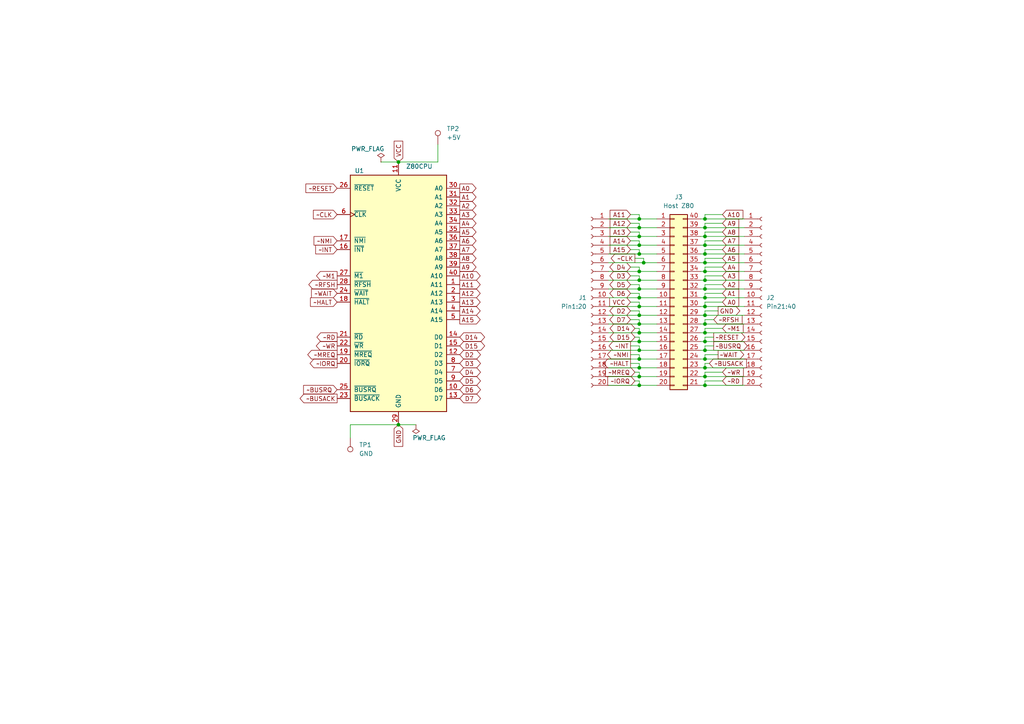
<source format=kicad_sch>
(kicad_sch (version 20250114) (generator "eeschema") (generator_version "9.0")
  (paper "A4")
  (title_block (title "Z80 Breakout Board - Kicad 9") (date "2025-04-26") (rev "1.5"))
  (lib_symbols
    (symbol "CPU:Z80CPU" (pin_names (offset 1.016))
      (property "Reference" "U" (at -13.97 35.56 0))
      (property "Value" "Z80CPU" (at 6.35 35.56 0))
      (symbol "Z80CPU_0_1"
        (rectangle (start -13.97 34.29) (end 13.97 -34.29) (stroke (width 0.254)) (fill (type background)))
      )
      (symbol "Z80CPU_1_1"
        (pin input line (at -17.78 30.48 0) (length 3.81) (name "~{RESET}") (number "26"))
        (pin input clock (at -17.78 22.86 0) (length 3.81) (name "~{CLK}") (number "6"))
        (pin input line (at -17.78 15.24 0) (length 3.81) (name "~{NMI}") (number "17"))
        (pin input line (at -17.78 12.7 0) (length 3.81) (name "~{INT}") (number "16"))
        (pin output line (at -17.78 5.08 0) (length 3.81) (name "~{M1}") (number "27"))
        (pin output line (at -17.78 2.54 0) (length 3.81) (name "~{RFSH}") (number "28"))
        (pin input line (at -17.78 0 0) (length 3.81) (name "~{WAIT}") (number "24"))
        (pin output line (at -17.78 -2.54 0) (length 3.81) (name "~{HALT}") (number "18"))
        (pin output line (at -17.78 -12.7 0) (length 3.81) (name "~{RD}") (number "21"))
        (pin output line (at -17.78 -15.24 0) (length 3.81) (name "~{WR}") (number "22"))
        (pin output line (at -17.78 -17.78 0) (length 3.81) (name "~{MREQ}") (number "19"))
        (pin output line (at -17.78 -20.32 0) (length 3.81) (name "~{IORQ}") (number "20"))
        (pin input line (at -17.78 -27.94 0) (length 3.81) (name "~{BUSRQ}") (number "25"))
        (pin output line (at -17.78 -30.48 0) (length 3.81) (name "~{BUSACK}") (number "23"))
        (pin power_in line (at 0 38.1 270) (length 3.81) (name "VCC") (number "11"))
        (pin power_in line (at 0 -38.1 90) (length 3.81) (name "GND") (number "29"))
        (pin output line (at 17.78 30.48 180) (length 3.81) (name "A0") (number "30"))
        (pin output line (at 17.78 27.94 180) (length 3.81) (name "A1") (number "31"))
        (pin output line (at 17.78 25.4 180) (length 3.81) (name "A2") (number "32"))
        (pin output line (at 17.78 22.86 180) (length 3.81) (name "A3") (number "33"))
        (pin output line (at 17.78 20.32 180) (length 3.81) (name "A4") (number "34"))
        (pin output line (at 17.78 17.78 180) (length 3.81) (name "A5") (number "35"))
        (pin output line (at 17.78 15.24 180) (length 3.81) (name "A6") (number "36"))
        (pin output line (at 17.78 12.7 180) (length 3.81) (name "A7") (number "37"))
        (pin output line (at 17.78 10.16 180) (length 3.81) (name "A8") (number "38"))
        (pin output line (at 17.78 7.62 180) (length 3.81) (name "A9") (number "39"))
        (pin output line (at 17.78 5.08 180) (length 3.81) (name "A10") (number "40"))
        (pin output line (at 17.78 2.54 180) (length 3.81) (name "A11") (number "1"))
        (pin output line (at 17.78 0 180) (length 3.81) (name "A12") (number "2"))
        (pin output line (at 17.78 -2.54 180) (length 3.81) (name "A13") (number "3"))
        (pin output line (at 17.78 -5.08 180) (length 3.81) (name "A14") (number "4"))
        (pin output line (at 17.78 -7.62 180) (length 3.81) (name "A15") (number "5"))
        (pin bidirectional line (at 17.78 -12.7 180) (length 3.81) (name "D0") (number "14"))
        (pin bidirectional line (at 17.78 -15.24 180) (length 3.81) (name "D1") (number "15"))
        (pin bidirectional line (at 17.78 -17.78 180) (length 3.81) (name "D2") (number "12"))
        (pin bidirectional line (at 17.78 -20.32 180) (length 3.81) (name "D3") (number "8"))
        (pin bidirectional line (at 17.78 -22.86 180) (length 3.81) (name "D4") (number "7"))
        (pin bidirectional line (at 17.78 -25.4 180) (length 3.81) (name "D5") (number "9"))
        (pin bidirectional line (at 17.78 -27.94 180) (length 3.81) (name "D6") (number "10"))
        (pin bidirectional line (at 17.78 -30.48 180) (length 3.81) (name "D7") (number "13"))
      )
    )
    (symbol "Connector:Conn_01x20_Socket" (pin_names (offset 1.016) (hide yes))
      (property "Reference" "J" (at 0 25.4 0))
      (property "Value" "Conn_01x20_Socket" (at 0 -27.94 0))
      (symbol "Conn_01x20_Socket_1_1"
        (polyline (pts (xy -1.27 22.86) (xy -0.508 22.86)) (stroke (width 0.1524)))
        (polyline (pts (xy -1.27 20.32) (xy -0.508 20.32)) (stroke (width 0.1524)))
        (polyline (pts (xy -1.27 17.78) (xy -0.508 17.78)) (stroke (width 0.1524)))
        (polyline (pts (xy -1.27 15.24) (xy -0.508 15.24)) (stroke (width 0.1524)))
        (polyline (pts (xy -1.27 12.7) (xy -0.508 12.7)) (stroke (width 0.1524)))
        (polyline (pts (xy -1.27 10.16) (xy -0.508 10.16)) (stroke (width 0.1524)))
        (polyline (pts (xy -1.27 7.62) (xy -0.508 7.62)) (stroke (width 0.1524)))
        (polyline (pts (xy -1.27 5.08) (xy -0.508 5.08)) (stroke (width 0.1524)))
        (polyline (pts (xy -1.27 2.54) (xy -0.508 2.54)) (stroke (width 0.1524)))
        (polyline (pts (xy -1.27 0) (xy -0.508 0)) (stroke (width 0.1524)))
        (polyline (pts (xy -1.27 -2.54) (xy -0.508 -2.54)) (stroke (width 0.1524)))
        (polyline (pts (xy -1.27 -5.08) (xy -0.508 -5.08)) (stroke (width 0.1524)))
        (polyline (pts (xy -1.27 -7.62) (xy -0.508 -7.62)) (stroke (width 0.1524)))
        (polyline (pts (xy -1.27 -10.16) (xy -0.508 -10.16)) (stroke (width 0.1524)))
        (polyline (pts (xy -1.27 -12.7) (xy -0.508 -12.7)) (stroke (width 0.1524)))
        (polyline (pts (xy -1.27 -15.24) (xy -0.508 -15.24)) (stroke (width 0.1524)))
        (polyline (pts (xy -1.27 -17.78) (xy -0.508 -17.78)) (stroke (width 0.1524)))
        (polyline (pts (xy -1.27 -20.32) (xy -0.508 -20.32)) (stroke (width 0.1524)))
        (polyline (pts (xy -1.27 -22.86) (xy -0.508 -22.86)) (stroke (width 0.1524)))
        (polyline (pts (xy -1.27 -25.4) (xy -0.508 -25.4)) (stroke (width 0.1524)))
        (arc (start 0 22.352) (mid -0.5058 22.86) (end 0 23.368) (stroke (width 0.1524)))
        (arc (start 0 19.812) (mid -0.5058 20.32) (end 0 20.828) (stroke (width 0.1524)))
        (arc (start 0 17.272) (mid -0.5058 17.78) (end 0 18.288) (stroke (width 0.1524)))
        (arc (start 0 14.732) (mid -0.5058 15.24) (end 0 15.748) (stroke (width 0.1524)))
        (arc (start 0 12.192) (mid -0.5058 12.7) (end 0 13.208) (stroke (width 0.1524)))
        (arc (start 0 9.652) (mid -0.5058 10.16) (end 0 10.668) (stroke (width 0.1524)))
        (arc (start 0 7.112) (mid -0.5058 7.62) (end 0 8.128) (stroke (width 0.1524)))
        (arc (start 0 4.572) (mid -0.5058 5.08) (end 0 5.588) (stroke (width 0.1524)))
        (arc (start 0 2.032) (mid -0.5058 2.54) (end 0 3.048) (stroke (width 0.1524)))
        (arc (start 0 -0.508) (mid -0.5058 0) (end 0 0.508) (stroke (width 0.1524)))
        (arc (start 0 -3.048) (mid -0.5058 -2.54) (end 0 -2.032) (stroke (width 0.1524)))
        (arc (start 0 -5.588) (mid -0.5058 -5.08) (end 0 -4.572) (stroke (width 0.1524)))
        (arc (start 0 -8.128) (mid -0.5058 -7.62) (end 0 -7.112) (stroke (width 0.1524)))
        (arc (start 0 -10.668) (mid -0.5058 -10.16) (end 0 -9.652) (stroke (width 0.1524)))
        (arc (start 0 -13.208) (mid -0.5058 -12.7) (end 0 -12.192) (stroke (width 0.1524)))
        (arc (start 0 -15.748) (mid -0.5058 -15.24) (end 0 -14.732) (stroke (width 0.1524)))
        (arc (start 0 -18.288) (mid -0.5058 -17.78) (end 0 -17.272) (stroke (width 0.1524)))
        (arc (start 0 -20.828) (mid -0.5058 -20.32) (end 0 -19.812) (stroke (width 0.1524)))
        (arc (start 0 -23.368) (mid -0.5058 -22.86) (end 0 -22.352) (stroke (width 0.1524)))
        (arc (start 0 -25.908) (mid -0.5058 -25.4) (end 0 -24.892) (stroke (width 0.1524)))
        (pin passive line (at -5.08 22.86 0) (length 3.81) (name "Pin_1") (number "1"))
        (pin passive line (at -5.08 20.32 0) (length 3.81) (name "Pin_2") (number "2"))
        (pin passive line (at -5.08 17.78 0) (length 3.81) (name "Pin_3") (number "3"))
        (pin passive line (at -5.08 15.24 0) (length 3.81) (name "Pin_4") (number "4"))
        (pin passive line (at -5.08 12.7 0) (length 3.81) (name "Pin_5") (number "5"))
        (pin passive line (at -5.08 10.16 0) (length 3.81) (name "Pin_6") (number "6"))
        (pin passive line (at -5.08 7.62 0) (length 3.81) (name "Pin_7") (number "7"))
        (pin passive line (at -5.08 5.08 0) (length 3.81) (name "Pin_8") (number "8"))
        (pin passive line (at -5.08 2.54 0) (length 3.81) (name "Pin_9") (number "9"))
        (pin passive line (at -5.08 0 0) (length 3.81) (name "Pin_10") (number "10"))
        (pin passive line (at -5.08 -2.54 0) (length 3.81) (name "Pin_11") (number "11"))
        (pin passive line (at -5.08 -5.08 0) (length 3.81) (name "Pin_12") (number "12"))
        (pin passive line (at -5.08 -7.62 0) (length 3.81) (name "Pin_13") (number "13"))
        (pin passive line (at -5.08 -10.16 0) (length 3.81) (name "Pin_14") (number "14"))
        (pin passive line (at -5.08 -12.7 0) (length 3.81) (name "Pin_15") (number "15"))
        (pin passive line (at -5.08 -15.24 0) (length 3.81) (name "Pin_16") (number "16"))
        (pin passive line (at -5.08 -17.78 0) (length 3.81) (name "Pin_17") (number "17"))
        (pin passive line (at -5.08 -20.32 0) (length 3.81) (name "Pin_18") (number "18"))
        (pin passive line (at -5.08 -22.86 0) (length 3.81) (name "Pin_19") (number "19"))
        (pin passive line (at -5.08 -25.4 0) (length 3.81) (name "Pin_20") (number "20"))
      )
    )
    (symbol "Connector:TestPoint" (pin_numbers (hide yes)) (pin_names (offset 0.762) (hide yes))
      (property "Reference" "TP" (at 0 6.858 0))
      (property "Value" "TestPoint" (at 0 5.08 0))
      (symbol "TestPoint_0_1"
        (circle (center 0 3.302) (radius 0.762))
      )
      (symbol "TestPoint_1_1"
        (pin passive line (at 0 0 90) (length 2.54) (name "1") (number "1"))
      )
    )
    (symbol "Connector_Generic:Conn_02x20_Counter_Clockwise" (pin_names (offset 1.016) (hide yes))
      (property "Reference" "J" (at 1.27 25.4 0))
      (property "Value" "Conn_02x20_Counter_Clockwise" (at 1.27 -27.94 0))
      (symbol "Conn_02x20_Counter_Clockwise_1_1"
        (rectangle (start -1.27 24.13) (end 3.81 -26.67) (stroke (width 0.254)) (fill (type background)))
        (rectangle (start -1.27 22.987) (end 0 22.733) (stroke (width 0.1524)))
        (rectangle (start -1.27 20.447) (end 0 20.193) (stroke (width 0.1524)))
        (rectangle (start -1.27 17.907) (end 0 17.653) (stroke (width 0.1524)))
        (rectangle (start -1.27 15.367) (end 0 15.113) (stroke (width 0.1524)))
        (rectangle (start -1.27 12.827) (end 0 12.573) (stroke (width 0.1524)))
        (rectangle (start -1.27 10.287) (end 0 10.033) (stroke (width 0.1524)))
        (rectangle (start -1.27 7.747) (end 0 7.493) (stroke (width 0.1524)))
        (rectangle (start -1.27 5.207) (end 0 4.953) (stroke (width 0.1524)))
        (rectangle (start -1.27 2.667) (end 0 2.413) (stroke (width 0.1524)))
        (rectangle (start -1.27 0.127) (end 0 -0.127) (stroke (width 0.1524)))
        (rectangle (start -1.27 -2.413) (end 0 -2.667) (stroke (width 0.1524)))
        (rectangle (start -1.27 -4.953) (end 0 -5.207) (stroke (width 0.1524)))
        (rectangle (start -1.27 -7.493) (end 0 -7.747) (stroke (width 0.1524)))
        (rectangle (start -1.27 -10.033) (end 0 -10.287) (stroke (width 0.1524)))
        (rectangle (start -1.27 -12.573) (end 0 -12.827) (stroke (width 0.1524)))
        (rectangle (start -1.27 -15.113) (end 0 -15.367) (stroke (width 0.1524)))
        (rectangle (start -1.27 -17.653) (end 0 -17.907) (stroke (width 0.1524)))
        (rectangle (start -1.27 -20.193) (end 0 -20.447) (stroke (width 0.1524)))
        (rectangle (start -1.27 -22.733) (end 0 -22.987) (stroke (width 0.1524)))
        (rectangle (start -1.27 -25.273) (end 0 -25.527) (stroke (width 0.1524)))
        (rectangle (start 3.81 22.987) (end 2.54 22.733) (stroke (width 0.1524)))
        (rectangle (start 3.81 20.447) (end 2.54 20.193) (stroke (width 0.1524)))
        (rectangle (start 3.81 17.907) (end 2.54 17.653) (stroke (width 0.1524)))
        (rectangle (start 3.81 15.367) (end 2.54 15.113) (stroke (width 0.1524)))
        (rectangle (start 3.81 12.827) (end 2.54 12.573) (stroke (width 0.1524)))
        (rectangle (start 3.81 10.287) (end 2.54 10.033) (stroke (width 0.1524)))
        (rectangle (start 3.81 7.747) (end 2.54 7.493) (stroke (width 0.1524)))
        (rectangle (start 3.81 5.207) (end 2.54 4.953) (stroke (width 0.1524)))
        (rectangle (start 3.81 2.667) (end 2.54 2.413) (stroke (width 0.1524)))
        (rectangle (start 3.81 0.127) (end 2.54 -0.127) (stroke (width 0.1524)))
        (rectangle (start 3.81 -2.413) (end 2.54 -2.667) (stroke (width 0.1524)))
        (rectangle (start 3.81 -4.953) (end 2.54 -5.207) (stroke (width 0.1524)))
        (rectangle (start 3.81 -7.493) (end 2.54 -7.747) (stroke (width 0.1524)))
        (rectangle (start 3.81 -10.033) (end 2.54 -10.287) (stroke (width 0.1524)))
        (rectangle (start 3.81 -12.573) (end 2.54 -12.827) (stroke (width 0.1524)))
        (rectangle (start 3.81 -15.113) (end 2.54 -15.367) (stroke (width 0.1524)))
        (rectangle (start 3.81 -17.653) (end 2.54 -17.907) (stroke (width 0.1524)))
        (rectangle (start 3.81 -20.193) (end 2.54 -20.447) (stroke (width 0.1524)))
        (rectangle (start 3.81 -22.733) (end 2.54 -22.987) (stroke (width 0.1524)))
        (rectangle (start 3.81 -25.273) (end 2.54 -25.527) (stroke (width 0.1524)))
        (pin passive line (at -5.08 22.86 0) (length 3.81) (name "Pin_1") (number "1"))
        (pin passive line (at -5.08 20.32 0) (length 3.81) (name "Pin_2") (number "2"))
        (pin passive line (at -5.08 17.78 0) (length 3.81) (name "Pin_3") (number "3"))
        (pin passive line (at -5.08 15.24 0) (length 3.81) (name "Pin_4") (number "4"))
        (pin passive line (at -5.08 12.7 0) (length 3.81) (name "Pin_5") (number "5"))
        (pin passive line (at -5.08 10.16 0) (length 3.81) (name "Pin_6") (number "6"))
        (pin passive line (at -5.08 7.62 0) (length 3.81) (name "Pin_7") (number "7"))
        (pin passive line (at -5.08 5.08 0) (length 3.81) (name "Pin_8") (number "8"))
        (pin passive line (at -5.08 2.54 0) (length 3.81) (name "Pin_9") (number "9"))
        (pin passive line (at -5.08 0 0) (length 3.81) (name "Pin_10") (number "10"))
        (pin passive line (at -5.08 -2.54 0) (length 3.81) (name "Pin_11") (number "11"))
        (pin passive line (at -5.08 -5.08 0) (length 3.81) (name "Pin_12") (number "12"))
        (pin passive line (at -5.08 -7.62 0) (length 3.81) (name "Pin_13") (number "13"))
        (pin passive line (at -5.08 -10.16 0) (length 3.81) (name "Pin_14") (number "14"))
        (pin passive line (at -5.08 -12.7 0) (length 3.81) (name "Pin_15") (number "15"))
        (pin passive line (at -5.08 -15.24 0) (length 3.81) (name "Pin_16") (number "16"))
        (pin passive line (at -5.08 -17.78 0) (length 3.81) (name "Pin_17") (number "17"))
        (pin passive line (at -5.08 -20.32 0) (length 3.81) (name "Pin_18") (number "18"))
        (pin passive line (at -5.08 -22.86 0) (length 3.81) (name "Pin_19") (number "19"))
        (pin passive line (at -5.08 -25.4 0) (length 3.81) (name "Pin_20") (number "20"))
        (pin passive line (at 7.62 22.86 180) (length 3.81) (name "Pin_40") (number "40"))
        (pin passive line (at 7.62 20.32 180) (length 3.81) (name "Pin_39") (number "39"))
        (pin passive line (at 7.62 17.78 180) (length 3.81) (name "Pin_38") (number "38"))
        (pin passive line (at 7.62 15.24 180) (length 3.81) (name "Pin_37") (number "37"))
        (pin passive line (at 7.62 12.7 180) (length 3.81) (name "Pin_36") (number "36"))
        (pin passive line (at 7.62 10.16 180) (length 3.81) (name "Pin_35") (number "35"))
        (pin passive line (at 7.62 7.62 180) (length 3.81) (name "Pin_34") (number "34"))
        (pin passive line (at 7.62 5.08 180) (length 3.81) (name "Pin_33") (number "33"))
        (pin passive line (at 7.62 2.54 180) (length 3.81) (name "Pin_32") (number "32"))
        (pin passive line (at 7.62 0 180) (length 3.81) (name "Pin_31") (number "31"))
        (pin passive line (at 7.62 -2.54 180) (length 3.81) (name "Pin_30") (number "30"))
        (pin passive line (at 7.62 -5.08 180) (length 3.81) (name "Pin_29") (number "29"))
        (pin passive line (at 7.62 -7.62 180) (length 3.81) (name "Pin_28") (number "28"))
        (pin passive line (at 7.62 -10.16 180) (length 3.81) (name "Pin_27") (number "27"))
        (pin passive line (at 7.62 -12.7 180) (length 3.81) (name "Pin_26") (number "26"))
        (pin passive line (at 7.62 -15.24 180) (length 3.81) (name "Pin_25") (number "25"))
        (pin passive line (at 7.62 -17.78 180) (length 3.81) (name "Pin_24") (number "24"))
        (pin passive line (at 7.62 -20.32 180) (length 3.81) (name "Pin_23") (number "23"))
        (pin passive line (at 7.62 -22.86 180) (length 3.81) (name "Pin_22") (number "22"))
        (pin passive line (at 7.62 -25.4 180) (length 3.81) (name "Pin_21") (number "21"))
      )
    )
    (symbol "power:PWR_FLAG" (power) (pin_numbers (hide yes)) (pin_names (offset 0) (hide yes))
      (property "Value" "PWR_FLAG" (at 0 3.81 0))
      (symbol "PWR_FLAG_0_0"
        (pin power_out line (at 0 0 90) (length 0) (name "~") (number "1"))
      )
      (symbol "PWR_FLAG_0_1"
        (polyline (pts (xy 0 0) (xy 0 1.27) (xy -1.016 1.905) (xy 0 2.54) (xy 1.016 1.905) (xy 0 1.27)))
      )
    )
  )
  (junction (at 185.42 71.12))
  (junction (at 204.47 104.14))
  (junction (at 185.42 81.28))
  (junction (at 115.57 46.99))
  (junction (at 204.47 81.28))
  (junction (at 204.47 66.04))
  (junction (at 204.47 99.06))
  (junction (at 185.42 66.04))
  (junction (at 185.42 73.66))
  (junction (at 204.47 96.52))
  (junction (at 204.47 73.66))
  (junction (at 185.42 93.98))
  (junction (at 185.42 109.22))
  (junction (at 186.69 76.2))
  (junction (at 204.47 93.98))
  (junction (at 185.42 96.52))
  (junction (at 185.42 111.76))
  (junction (at 185.42 99.06))
  (junction (at 204.47 71.12))
  (junction (at 204.47 83.82))
  (junction (at 185.42 104.14))
  (junction (at 185.42 78.74))
  (junction (at 115.57 123.19))
  (junction (at 185.42 83.82))
  (junction (at 204.47 111.76))
  (junction (at 204.47 63.5))
  (junction (at 185.42 101.6))
  (junction (at 204.47 68.58))
  (junction (at 185.42 68.58))
  (junction (at 204.47 101.6))
  (junction (at 204.47 91.44))
  (junction (at 185.42 63.5))
  (junction (at 204.47 106.68))
  (junction (at 204.47 86.36))
  (junction (at 185.42 86.36))
  (junction (at 204.47 109.22))
  (junction (at 204.47 76.2))
  (junction (at 185.42 88.9))
  (junction (at 204.47 78.74))
  (junction (at 185.42 106.68))
  (junction (at 204.47 88.9))
  (junction (at 185.42 91.44))
  (wire (pts (xy 110.49 46.99) (xy 115.57 46.99)))
  (wire (pts (xy 204.47 72.39) (xy 204.47 73.66)))
  (wire (pts (xy 203.2 73.66) (xy 204.47 73.66)))
  (wire (pts (xy 176.53 106.68) (xy 185.42 106.68)))
  (wire (pts (xy 185.42 68.58) (xy 190.5 68.58)))
  (wire (pts (xy 204.47 87.63) (xy 204.47 88.9)))
  (wire (pts (xy 182.88 77.47) (xy 185.42 77.47)))
  (wire (pts (xy 204.47 68.58) (xy 215.9 68.58)))
  (wire (pts (xy 204.47 77.47) (xy 204.47 78.74)))
  (wire (pts (xy 209.55 67.31) (xy 204.47 67.31)))
  (wire (pts (xy 203.2 106.68) (xy 204.47 106.68)))
  (wire (pts (xy 185.42 88.9) (xy 190.5 88.9)))
  (wire (pts (xy 185.42 100.33) (xy 185.42 101.6)))
  (wire (pts (xy 182.88 105.41) (xy 185.42 105.41)))
  (wire (pts (xy 204.47 82.55) (xy 204.47 83.82)))
  (wire (pts (xy 203.2 86.36) (xy 204.47 86.36)))
  (wire (pts (xy 185.42 66.04) (xy 190.5 66.04)))
  (wire (pts (xy 185.42 62.23) (xy 185.42 63.5)))
  (wire (pts (xy 209.55 95.25) (xy 204.47 95.25)))
  (wire (pts (xy 184.15 110.49) (xy 185.42 110.49)))
  (wire (pts (xy 185.42 101.6) (xy 190.5 101.6)))
  (wire (pts (xy 203.2 63.5) (xy 204.47 63.5)))
  (wire (pts (xy 182.88 102.87) (xy 185.42 102.87)))
  (wire (pts (xy 203.2 68.58) (xy 204.47 68.58)))
  (wire (pts (xy 176.53 109.22) (xy 185.42 109.22)))
  (wire (pts (xy 185.42 96.52) (xy 190.5 96.52)))
  (wire (pts (xy 208.28 90.17) (xy 204.47 90.17)))
  (wire (pts (xy 185.42 64.77) (xy 185.42 66.04)))
  (wire (pts (xy 176.53 104.14) (xy 185.42 104.14)))
  (wire (pts (xy 203.2 101.6) (xy 204.47 101.6)))
  (wire (pts (xy 204.47 104.14) (xy 215.9 104.14)))
  (wire (pts (xy 204.47 69.85) (xy 204.47 71.12)))
  (wire (pts (xy 176.53 86.36) (xy 185.42 86.36)))
  (wire (pts (xy 182.88 87.63) (xy 185.42 87.63)))
  (wire (pts (xy 182.88 64.77) (xy 185.42 64.77)))
  (wire (pts (xy 185.42 86.36) (xy 190.5 86.36)))
  (wire (pts (xy 204.47 85.09) (xy 204.47 86.36)))
  (wire (pts (xy 184.15 97.79) (xy 185.42 97.79)))
  (wire (pts (xy 185.42 99.06) (xy 190.5 99.06)))
  (wire (pts (xy 176.53 111.76) (xy 185.42 111.76)))
  (wire (pts (xy 203.2 71.12) (xy 204.47 71.12)))
  (wire (pts (xy 182.88 69.85) (xy 185.42 69.85)))
  (wire (pts (xy 185.42 110.49) (xy 185.42 111.76)))
  (wire (pts (xy 185.42 107.95) (xy 185.42 109.22)))
  (wire (pts (xy 176.53 78.74) (xy 185.42 78.74)))
  (wire (pts (xy 204.47 64.77) (xy 204.47 66.04)))
  (wire (pts (xy 185.42 63.5) (xy 190.5 63.5)))
  (wire (pts (xy 203.2 76.2) (xy 204.47 76.2)))
  (wire (pts (xy 204.47 105.41) (xy 204.47 106.68)))
  (wire (pts (xy 203.2 66.04) (xy 204.47 66.04)))
  (wire (pts (xy 182.88 90.17) (xy 185.42 90.17)))
  (wire (pts (xy 209.55 69.85) (xy 204.47 69.85)))
  (wire (pts (xy 186.69 74.93) (xy 186.69 76.2)))
  (wire (pts (xy 185.42 93.98) (xy 190.5 93.98)))
  (wire (pts (xy 176.53 83.82) (xy 185.42 83.82)))
  (wire (pts (xy 176.53 93.98) (xy 185.42 93.98)))
  (wire (pts (xy 176.53 99.06) (xy 185.42 99.06)))
  (wire (pts (xy 204.47 91.44) (xy 215.9 91.44)))
  (wire (pts (xy 209.55 80.01) (xy 204.47 80.01)))
  (wire (pts (xy 204.47 99.06) (xy 215.9 99.06)))
  (wire (pts (xy 204.47 74.93) (xy 204.47 76.2)))
  (wire (pts (xy 185.42 78.74) (xy 190.5 78.74)))
  (wire (pts (xy 184.15 74.93) (xy 186.69 74.93)))
  (wire (pts (xy 176.53 101.6) (xy 185.42 101.6)))
  (wire (pts (xy 185.42 72.39) (xy 185.42 73.66)))
  (wire (pts (xy 203.2 104.14) (xy 204.47 104.14)))
  (wire (pts (xy 185.42 91.44) (xy 190.5 91.44)))
  (wire (pts (xy 204.47 93.98) (xy 215.9 93.98)))
  (wire (pts (xy 115.57 46.99) (xy 127 46.99)))
  (wire (pts (xy 185.42 82.55) (xy 185.42 83.82)))
  (wire (pts (xy 204.47 71.12) (xy 215.9 71.12)))
  (wire (pts (xy 127 46.99) (xy 127 41.91)))
  (wire (pts (xy 204.47 95.25) (xy 204.47 96.52)))
  (wire (pts (xy 176.53 96.52) (xy 185.42 96.52)))
  (wire (pts (xy 185.42 81.28) (xy 190.5 81.28)))
  (wire (pts (xy 204.47 100.33) (xy 204.47 101.6)))
  (wire (pts (xy 204.47 96.52) (xy 215.9 96.52)))
  (wire (pts (xy 204.47 73.66) (xy 215.9 73.66)))
  (wire (pts (xy 182.88 92.71) (xy 185.42 92.71)))
  (wire (pts (xy 204.47 76.2) (xy 215.9 76.2)))
  (wire (pts (xy 176.53 73.66) (xy 185.42 73.66)))
  (wire (pts (xy 176.53 63.5) (xy 185.42 63.5)))
  (wire (pts (xy 115.57 123.19) (xy 120.65 123.19)))
  (wire (pts (xy 209.55 77.47) (xy 204.47 77.47)))
  (wire (pts (xy 186.69 76.2) (xy 190.5 76.2)))
  (wire (pts (xy 203.2 99.06) (xy 204.47 99.06)))
  (wire (pts (xy 204.47 92.71) (xy 204.47 93.98)))
  (wire (pts (xy 185.42 69.85) (xy 185.42 71.12)))
  (wire (pts (xy 182.88 67.31) (xy 185.42 67.31)))
  (wire (pts (xy 204.47 63.5) (xy 215.9 63.5)))
  (wire (pts (xy 185.42 111.76) (xy 190.5 111.76)))
  (wire (pts (xy 185.42 105.41) (xy 185.42 106.68)))
  (wire (pts (xy 185.42 85.09) (xy 185.42 86.36)))
  (wire (pts (xy 205.74 105.41) (xy 204.47 105.41)))
  (wire (pts (xy 204.47 80.01) (xy 204.47 81.28)))
  (wire (pts (xy 203.2 81.28) (xy 204.47 81.28)))
  (wire (pts (xy 182.88 85.09) (xy 185.42 85.09)))
  (wire (pts (xy 203.2 83.82) (xy 204.47 83.82)))
  (wire (pts (xy 209.55 72.39) (xy 204.47 72.39)))
  (wire (pts (xy 182.88 72.39) (xy 185.42 72.39)))
  (wire (pts (xy 204.47 107.95) (xy 204.47 109.22)))
  (wire (pts (xy 204.47 86.36) (xy 215.9 86.36)))
  (wire (pts (xy 204.47 101.6) (xy 215.9 101.6)))
  (wire (pts (xy 185.42 97.79) (xy 185.42 99.06)))
  (wire (pts (xy 182.88 82.55) (xy 185.42 82.55)))
  (wire (pts (xy 185.42 71.12) (xy 190.5 71.12)))
  (wire (pts (xy 204.47 106.68) (xy 215.9 106.68)))
  (wire (pts (xy 204.47 107.95) (xy 209.55 107.95)))
  (wire (pts (xy 185.42 106.68) (xy 190.5 106.68)))
  (wire (pts (xy 184.15 95.25) (xy 185.42 95.25)))
  (wire (pts (xy 185.42 73.66) (xy 190.5 73.66)))
  (wire (pts (xy 209.55 74.93) (xy 204.47 74.93)))
  (wire (pts (xy 204.47 110.49) (xy 204.47 111.76)))
  (wire (pts (xy 204.47 83.82) (xy 215.9 83.82)))
  (wire (pts (xy 204.47 111.76) (xy 215.9 111.76)))
  (wire (pts (xy 203.2 93.98) (xy 204.47 93.98)))
  (wire (pts (xy 209.55 87.63) (xy 204.47 87.63)))
  (wire (pts (xy 185.42 109.22) (xy 190.5 109.22)))
  (wire (pts (xy 207.01 100.33) (xy 204.47 100.33)))
  (wire (pts (xy 204.47 66.04) (xy 215.9 66.04)))
  (wire (pts (xy 176.53 81.28) (xy 185.42 81.28)))
  (wire (pts (xy 209.55 62.23) (xy 204.47 62.23)))
  (wire (pts (xy 204.47 97.79) (xy 204.47 99.06)))
  (wire (pts (xy 185.42 67.31) (xy 185.42 68.58)))
  (wire (pts (xy 182.88 100.33) (xy 185.42 100.33)))
  (wire (pts (xy 204.47 109.22) (xy 215.9 109.22)))
  (wire (pts (xy 207.01 97.79) (xy 204.47 97.79)))
  (wire (pts (xy 204.47 102.87) (xy 204.47 104.14)))
  (wire (pts (xy 185.42 77.47) (xy 185.42 78.74)))
  (wire (pts (xy 185.42 92.71) (xy 185.42 93.98)))
  (wire (pts (xy 203.2 88.9) (xy 204.47 88.9)))
  (wire (pts (xy 185.42 104.14) (xy 190.5 104.14)))
  (wire (pts (xy 204.47 90.17) (xy 204.47 91.44)))
  (wire (pts (xy 207.01 92.71) (xy 204.47 92.71)))
  (wire (pts (xy 204.47 78.74) (xy 215.9 78.74)))
  (wire (pts (xy 209.55 82.55) (xy 204.47 82.55)))
  (wire (pts (xy 203.2 111.76) (xy 204.47 111.76)))
  (wire (pts (xy 204.47 110.49) (xy 209.55 110.49)))
  (wire (pts (xy 204.47 67.31) (xy 204.47 68.58)))
  (wire (pts (xy 185.42 95.25) (xy 185.42 96.52)))
  (wire (pts (xy 101.6 123.19) (xy 101.6 127)))
  (wire (pts (xy 185.42 83.82) (xy 190.5 83.82)))
  (wire (pts (xy 204.47 88.9) (xy 215.9 88.9)))
  (wire (pts (xy 176.53 66.04) (xy 185.42 66.04)))
  (wire (pts (xy 203.2 109.22) (xy 204.47 109.22)))
  (wire (pts (xy 115.57 123.19) (xy 101.6 123.19)))
  (wire (pts (xy 209.55 85.09) (xy 204.47 85.09)))
  (wire (pts (xy 203.2 78.74) (xy 204.47 78.74)))
  (wire (pts (xy 185.42 87.63) (xy 185.42 88.9)))
  (wire (pts (xy 176.53 88.9) (xy 185.42 88.9)))
  (wire (pts (xy 185.42 102.87) (xy 185.42 104.14)))
  (wire (pts (xy 209.55 64.77) (xy 204.47 64.77)))
  (wire (pts (xy 176.53 91.44) (xy 185.42 91.44)))
  (wire (pts (xy 182.88 62.23) (xy 185.42 62.23)))
  (wire (pts (xy 185.42 80.01) (xy 185.42 81.28)))
  (wire (pts (xy 176.53 71.12) (xy 185.42 71.12)))
  (wire (pts (xy 176.53 76.2) (xy 186.69 76.2)))
  (wire (pts (xy 184.15 107.95) (xy 185.42 107.95)))
  (wire (pts (xy 203.2 91.44) (xy 204.47 91.44)))
  (wire (pts (xy 208.28 102.87) (xy 204.47 102.87)))
  (wire (pts (xy 182.88 80.01) (xy 185.42 80.01)))
  (wire (pts (xy 203.2 96.52) (xy 204.47 96.52)))
  (wire (pts (xy 204.47 62.23) (xy 204.47 63.5)))
  (wire (pts (xy 176.53 68.58) (xy 185.42 68.58)))
  (wire (pts (xy 185.42 90.17) (xy 185.42 91.44)))
  (wire (pts (xy 204.47 81.28) (xy 215.9 81.28)))
  (global_label "A1" (shape output) (at 133.35 57.15 0) (property "Intersheetrefs" "${INTERSHEET_REFS}" (effects (hide yes))))
  (global_label "GND" (shape output) (at 208.28 90.17 0) (property "Intersheetrefs" "${INTERSHEET_REFS}" (effects (hide yes))))
  (global_label "~RD" (shape input) (at 209.55 110.49 0) (property "Intersheetrefs" "${INTERSHEET_REFS}" (effects (hide yes))))
  (global_label "D15" (shape bidirectional) (at 133.35 100.33 0) (property "Intersheetrefs" "${INTERSHEET_REFS}" (effects (hide yes))))
  (global_label "A8" (shape input) (at 209.55 67.31 0) (property "Intersheetrefs" "${INTERSHEET_REFS}" (effects (hide yes))))
  (global_label "D6" (shape bidirectional) (at 182.88 85.09 180) (property "Intersheetrefs" "${INTERSHEET_REFS}" (effects (hide yes))))
  (global_label "A8" (shape output) (at 133.35 74.93 0) (property "Intersheetrefs" "${INTERSHEET_REFS}" (effects (hide yes))))
  (global_label "~BUSRQ" (shape input) (at 97.79 113.03 180) (property "Intersheetrefs" "${INTERSHEET_REFS}" (effects (hide yes))))
  (global_label "D4" (shape bidirectional) (at 182.88 77.47 180) (property "Intersheetrefs" "${INTERSHEET_REFS}" (effects (hide yes))))
  (global_label "~HALT" (shape input) (at 97.79 87.63 180) (property "Intersheetrefs" "${INTERSHEET_REFS}" (effects (hide yes))))
  (global_label "~WAIT" (shape output) (at 208.28 102.87 0) (property "Intersheetrefs" "${INTERSHEET_REFS}" (effects (hide yes))))
  (global_label "~CLK" (shape output) (at 184.15 74.93 180) (property "Intersheetrefs" "${INTERSHEET_REFS}" (effects (hide yes))))
  (global_label "~BUSRQ" (shape output) (at 207.01 100.33 0) (property "Intersheetrefs" "${INTERSHEET_REFS}" (effects (hide yes))))
  (global_label "A9" (shape output) (at 133.35 77.47 0) (property "Intersheetrefs" "${INTERSHEET_REFS}" (effects (hide yes))))
  (global_label "A11" (shape output) (at 133.35 82.55 0) (property "Intersheetrefs" "${INTERSHEET_REFS}" (effects (hide yes))))
  (global_label "D5" (shape bidirectional) (at 133.35 110.49 0) (property "Intersheetrefs" "${INTERSHEET_REFS}" (effects (hide yes))))
  (global_label "D3" (shape bidirectional) (at 182.88 80.01 180) (property "Intersheetrefs" "${INTERSHEET_REFS}" (effects (hide yes))))
  (global_label "A2" (shape output) (at 133.35 59.69 0) (property "Intersheetrefs" "${INTERSHEET_REFS}" (effects (hide yes))))
  (global_label "~RD" (shape output) (at 97.79 97.79 180) (property "Intersheetrefs" "${INTERSHEET_REFS}" (effects (hide yes))))
  (global_label "~WR" (shape output) (at 97.79 100.33 180) (property "Intersheetrefs" "${INTERSHEET_REFS}" (effects (hide yes))))
  (global_label "~MREQ" (shape input) (at 184.15 107.95 180) (property "Intersheetrefs" "${INTERSHEET_REFS}" (effects (hide yes))))
  (global_label "A15" (shape input) (at 182.88 72.39 180) (property "Intersheetrefs" "${INTERSHEET_REFS}" (effects (hide yes))))
  (global_label "A13" (shape input) (at 182.88 67.31 180) (property "Intersheetrefs" "${INTERSHEET_REFS}" (effects (hide yes))))
  (global_label "A15" (shape output) (at 133.35 92.71 0) (property "Intersheetrefs" "${INTERSHEET_REFS}" (effects (hide yes))))
  (global_label "D7" (shape bidirectional) (at 133.35 115.57 0) (property "Intersheetrefs" "${INTERSHEET_REFS}" (effects (hide yes))))
  (global_label "A5" (shape output) (at 133.35 67.31 0) (property "Intersheetrefs" "${INTERSHEET_REFS}" (effects (hide yes))))
  (global_label "D7" (shape bidirectional) (at 182.88 92.71 180) (property "Intersheetrefs" "${INTERSHEET_REFS}" (effects (hide yes))))
  (global_label "~M1" (shape output) (at 97.79 80.01 180) (property "Intersheetrefs" "${INTERSHEET_REFS}" (effects (hide yes))))
  (global_label "D14" (shape bidirectional) (at 133.35 97.79 0) (property "Intersheetrefs" "${INTERSHEET_REFS}" (effects (hide yes))))
  (global_label "~WR" (shape input) (at 209.55 107.95 0) (property "Intersheetrefs" "${INTERSHEET_REFS}" (effects (hide yes))))
  (global_label "~NMI" (shape input) (at 97.79 69.85 180) (property "Intersheetrefs" "${INTERSHEET_REFS}" (effects (hide yes))))
  (global_label "A3" (shape output) (at 133.35 62.23 0) (property "Intersheetrefs" "${INTERSHEET_REFS}" (effects (hide yes))))
  (global_label "A5" (shape input) (at 209.55 74.93 0) (property "Intersheetrefs" "${INTERSHEET_REFS}" (effects (hide yes))))
  (global_label "A9" (shape input) (at 209.55 64.77 0) (property "Intersheetrefs" "${INTERSHEET_REFS}" (effects (hide yes))))
  (global_label "D3" (shape bidirectional) (at 133.35 105.41 0) (property "Intersheetrefs" "${INTERSHEET_REFS}" (effects (hide yes))))
  (global_label "D14" (shape bidirectional) (at 184.15 95.25 180) (property "Intersheetrefs" "${INTERSHEET_REFS}" (effects (hide yes))))
  (global_label "D4" (shape bidirectional) (at 133.35 107.95 0) (property "Intersheetrefs" "${INTERSHEET_REFS}" (effects (hide yes))))
  (global_label "D2" (shape bidirectional) (at 182.88 90.17 180) (property "Intersheetrefs" "${INTERSHEET_REFS}" (effects (hide yes))))
  (global_label "A12" (shape output) (at 133.35 85.09 0) (property "Intersheetrefs" "${INTERSHEET_REFS}" (effects (hide yes))))
  (global_label "~INT" (shape input) (at 97.79 72.39 180) (property "Intersheetrefs" "${INTERSHEET_REFS}" (effects (hide yes))))
  (global_label "~HALT" (shape output) (at 182.88 105.41 180) (property "Intersheetrefs" "${INTERSHEET_REFS}" (effects (hide yes))))
  (global_label "~NMI" (shape output) (at 182.88 102.87 180) (property "Intersheetrefs" "${INTERSHEET_REFS}" (effects (hide yes))))
  (global_label "~IORQ" (shape output) (at 97.79 105.41 180) (property "Intersheetrefs" "${INTERSHEET_REFS}" (effects (hide yes))))
  (global_label "A2" (shape input) (at 209.55 82.55 0) (property "Intersheetrefs" "${INTERSHEET_REFS}" (effects (hide yes))))
  (global_label "~BUSACK" (shape output) (at 97.79 115.57 180) (property "Intersheetrefs" "${INTERSHEET_REFS}" (effects (hide yes))))
  (global_label "~WAIT" (shape input) (at 97.79 85.09 180) (property "Intersheetrefs" "${INTERSHEET_REFS}" (effects (hide yes))))
  (global_label "~BUSACK" (shape input) (at 205.74 105.41 0) (property "Intersheetrefs" "${INTERSHEET_REFS}" (effects (hide yes))))
  (global_label "~RESET" (shape output) (at 207.01 97.79 0) (property "Intersheetrefs" "${INTERSHEET_REFS}" (effects (hide yes))))
  (global_label "D2" (shape bidirectional) (at 133.35 102.87 0) (property "Intersheetrefs" "${INTERSHEET_REFS}" (effects (hide yes))))
  (global_label "A12" (shape input) (at 182.88 64.77 180) (property "Intersheetrefs" "${INTERSHEET_REFS}" (effects (hide yes))))
  (global_label "~MREQ" (shape output) (at 97.79 102.87 180) (property "Intersheetrefs" "${INTERSHEET_REFS}" (effects (hide yes))))
  (global_label "A10" (shape input) (at 209.55 62.23 0) (property "Intersheetrefs" "${INTERSHEET_REFS}" (effects (hide yes))))
  (global_label "A0" (shape output) (at 133.35 54.61 0) (property "Intersheetrefs" "${INTERSHEET_REFS}" (effects (hide yes))))
  (global_label "D6" (shape bidirectional) (at 133.35 113.03 0) (property "Intersheetrefs" "${INTERSHEET_REFS}" (effects (hide yes))))
  (global_label "A13" (shape output) (at 133.35 87.63 0) (property "Intersheetrefs" "${INTERSHEET_REFS}" (effects (hide yes))))
  (global_label "A7" (shape output) (at 133.35 72.39 0) (property "Intersheetrefs" "${INTERSHEET_REFS}" (effects (hide yes))))
  (global_label "D15" (shape bidirectional) (at 184.15 97.79 180) (property "Intersheetrefs" "${INTERSHEET_REFS}" (effects (hide yes))))
  (global_label "VCC" (shape input) (at 115.57 46.99 90) (property "Intersheetrefs" "${INTERSHEET_REFS}" (effects (hide yes))))
  (global_label "VCC" (shape input) (at 182.88 87.63 180) (property "Intersheetrefs" "${INTERSHEET_REFS}" (effects (hide yes))))
  (global_label "A4" (shape input) (at 209.55 77.47 0) (property "Intersheetrefs" "${INTERSHEET_REFS}" (effects (hide yes))))
  (global_label "D5" (shape bidirectional) (at 182.88 82.55 180) (property "Intersheetrefs" "${INTERSHEET_REFS}" (effects (hide yes))))
  (global_label "A6" (shape output) (at 133.35 69.85 0) (property "Intersheetrefs" "${INTERSHEET_REFS}" (effects (hide yes))))
  (global_label "~M1" (shape input) (at 209.55 95.25 0) (property "Intersheetrefs" "${INTERSHEET_REFS}" (effects (hide yes))))
  (global_label "GND" (shape input) (at 115.57 123.19 270) (property "Intersheetrefs" "${INTERSHEET_REFS}" (effects (hide yes))))
  (global_label "A4" (shape output) (at 133.35 64.77 0) (property "Intersheetrefs" "${INTERSHEET_REFS}" (effects (hide yes))))
  (global_label "A1" (shape input) (at 209.55 85.09 0) (property "Intersheetrefs" "${INTERSHEET_REFS}" (effects (hide yes))))
  (global_label "A6" (shape input) (at 209.55 72.39 0) (property "Intersheetrefs" "${INTERSHEET_REFS}" (effects (hide yes))))
  (global_label "A14" (shape output) (at 133.35 90.17 0) (property "Intersheetrefs" "${INTERSHEET_REFS}" (effects (hide yes))))
  (global_label "~RFSH" (shape input) (at 207.01 92.71 0) (property "Intersheetrefs" "${INTERSHEET_REFS}" (effects (hide yes))))
  (global_label "A0" (shape input) (at 209.55 87.63 0) (property "Intersheetrefs" "${INTERSHEET_REFS}" (effects (hide yes))))
  (global_label "A3" (shape input) (at 209.55 80.01 0) (property "Intersheetrefs" "${INTERSHEET_REFS}" (effects (hide yes))))
  (global_label "~RFSH" (shape output) (at 97.79 82.55 180) (property "Intersheetrefs" "${INTERSHEET_REFS}" (effects (hide yes))))
  (global_label "~CLK" (shape input) (at 97.79 62.23 180) (property "Intersheetrefs" "${INTERSHEET_REFS}" (effects (hide yes))))
  (global_label "~RESET" (shape input) (at 97.79 54.61 180) (property "Intersheetrefs" "${INTERSHEET_REFS}" (effects (hide yes))))
  (global_label "A14" (shape input) (at 182.88 69.85 180) (property "Intersheetrefs" "${INTERSHEET_REFS}" (effects (hide yes))))
  (global_label "A7" (shape input) (at 209.55 69.85 0) (property "Intersheetrefs" "${INTERSHEET_REFS}" (effects (hide yes))))
  (global_label "~INT" (shape output) (at 182.88 100.33 180) (property "Intersheetrefs" "${INTERSHEET_REFS}" (effects (hide yes))))
  (global_label "A11" (shape input) (at 182.88 62.23 180) (property "Intersheetrefs" "${INTERSHEET_REFS}" (effects (hide yes))))
  (global_label "~IORQ" (shape input) (at 184.15 110.49 180) (property "Intersheetrefs" "${INTERSHEET_REFS}" (effects (hide yes))))
  (global_label "A10" (shape output) (at 133.35 80.01 0) (property "Intersheetrefs" "${INTERSHEET_REFS}" (effects (hide yes))))
  (symbol (lib_id "Connector:TestPoint") (at 127 41.91 0) (unit 1)
    (property "Reference" "TP2" (at 129.54 37.338 0) (effects (justify left)))
    (property "Value" "+5V" (at 129.54 39.878 0) (effects (justify left)))
    (property "Footprint" "TestPoint:TestPoint_THTPad_D2.0mm_Drill1.0mm" (effects (hide yes)))
    (property "Description" "test point" (effects (hide yes)))
  )
  (symbol (lib_id "power:PWR_FLAG") (at 120.65 123.19 180) (unit 1)
    (property "Reference" "#FLG02" (effects (hide yes)))
    (property "Value" "PWR_FLAG" (at 124.46 127 0))
    (property "Description" "Special symbol for telling ERC where power comes from" (effects (hide yes)))
  )
  (symbol (lib_id "power:PWR_FLAG") (at 110.49 46.99 0) (unit 1)
    (property "Reference" "#FLG01" (effects (hide yes)))
    (property "Value" "PWR_FLAG" (at 106.68 43.18 0))
    (property "Description" "Special symbol for telling ERC where power comes from" (effects (hide yes)))
  )
  (symbol (lib_id "Connector:Conn_01x20_Socket") (at 171.45 86.36 0) (mirror y) (unit 1)
    (property "Reference" "J1" (at 170.18 86.36 0) (effects (justify left)))
    (property "Value" "Pin1:20" (at 170.18 88.9 0) (effects (justify left)))
    (property "Footprint" "Connector_PinHeader_2.54mm:PinHeader_1x20_P2.54mm_Vertical" (effects (hide yes)))
    (property "Description" "Generic connector, single row, 01x20, script generated" (effects (hide yes)))
  )
  (symbol (lib_id "Connector:Conn_01x20_Socket") (at 220.98 86.36 0) (unit 1)
    (property "Reference" "J2" (at 222.25 86.36 0) (effects (justify left)))
    (property "Value" "Pin21:40" (at 222.25 88.9 0) (effects (justify left)))
    (property "Footprint" "Connector_PinHeader_2.54mm:PinHeader_1x20_P2.54mm_Vertical" (effects (hide yes)))
    (property "Description" "Generic connector, single row, 01x20, script generated" (effects (hide yes)))
  )
  (symbol (lib_id "Connector:TestPoint") (at 101.6 127 180) (unit 1)
    (property "Reference" "TP1" (at 104.14 129.032 0) (effects (justify right)))
    (property "Value" "GND" (at 104.14 131.572 0) (effects (justify right)))
    (property "Footprint" "TestPoint:TestPoint_THTPad_D2.0mm_Drill1.0mm" (effects (hide yes)))
    (property "Description" "test point" (effects (hide yes)))
  )
  (symbol (lib_id "CPU:Z80CPU") (at 115.57 85.09 0) (unit 1)
    (property "Reference" "U1" (at 102.87 49.53 0) (effects (justify left)))
    (property "Value" "Z80CPU" (at 117.7641 48.26 0) (effects (justify left)))
    (property "Footprint" "80bus:DIP-40_W15.24mm_ZIF" (effects (hide yes)))
    (property "Datasheet" "www.zilog.com/manage_directlink.php?filepath=docs/z80/um0080" (effects (hide yes)))
    (property "Description" "8-bit General Purpose Microprocessor, DIP-40" (effects (hide yes)))
  )
  (symbol (lib_id "Connector_Generic:Conn_02x20_Counter_Clockwise") (at 195.58 86.36 0) (unit 1)
    (property "Reference" "J3" (at 196.85 57.15 0))
    (property "Value" "Host Z80" (at 196.85 59.69 0))
    (property "Footprint" "Package_DIP:DIP-40_W15.24mm" (effects (hide yes)))
    (property "Description" "Generic connector, double row, 02x20, counter clockwise pin numbering scheme (similar to DIP package numbering), script generated (kicad-library-utils/schlib/autogen/connector/)" (effects (hide yes)))
  )
)
</source>
